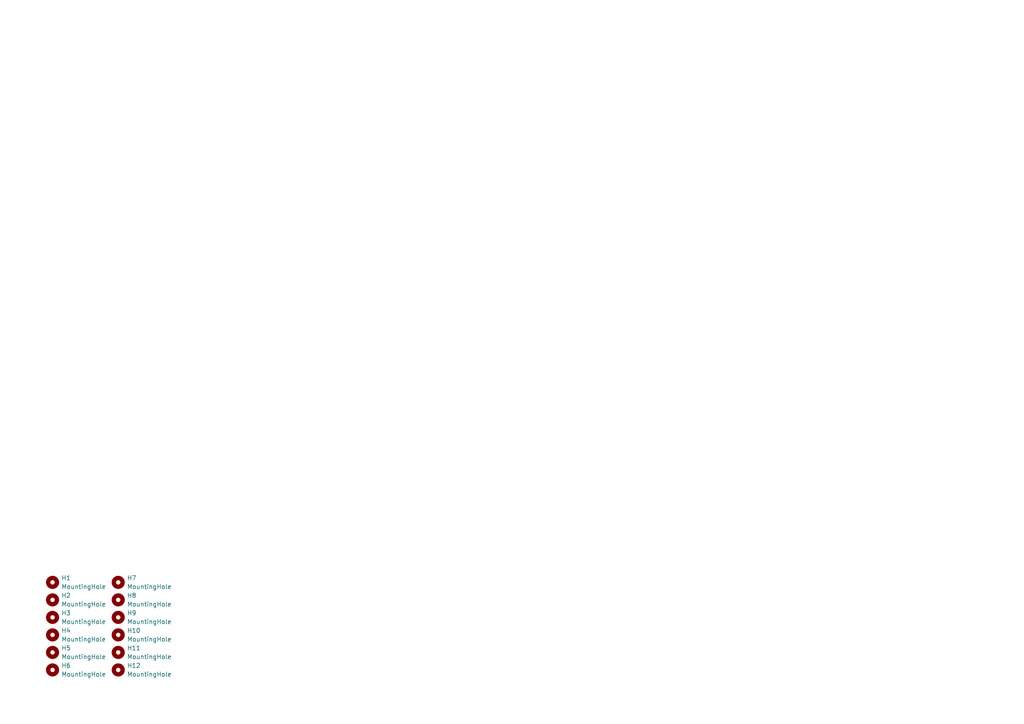
<source format=kicad_sch>
(kicad_sch (version 20230121) (generator eeschema)

  (uuid 31ee86e8-2846-4d2f-8bbd-b1d272a4eb8b)

  (paper "A4")

  (lib_symbols
    (symbol "Mechanical:MountingHole" (pin_names (offset 1.016)) (in_bom yes) (on_board yes)
      (property "Reference" "H" (at 0 5.08 0)
        (effects (font (size 1.27 1.27)))
      )
      (property "Value" "MountingHole" (at 0 3.175 0)
        (effects (font (size 1.27 1.27)))
      )
      (property "Footprint" "" (at 0 0 0)
        (effects (font (size 1.27 1.27)) hide)
      )
      (property "Datasheet" "~" (at 0 0 0)
        (effects (font (size 1.27 1.27)) hide)
      )
      (property "ki_keywords" "mounting hole" (at 0 0 0)
        (effects (font (size 1.27 1.27)) hide)
      )
      (property "ki_description" "Mounting Hole without connection" (at 0 0 0)
        (effects (font (size 1.27 1.27)) hide)
      )
      (property "ki_fp_filters" "MountingHole*" (at 0 0 0)
        (effects (font (size 1.27 1.27)) hide)
      )
      (symbol "MountingHole_0_1"
        (circle (center 0 0) (radius 1.27)
          (stroke (width 1.27) (type default))
          (fill (type none))
        )
      )
    )
  )


  (symbol (lib_id "Mechanical:MountingHole") (at 15.24 179.07 0) (unit 1)
    (in_bom yes) (on_board yes) (dnp no) (fields_autoplaced)
    (uuid 0d8df2c2-96b4-41d3-8669-6b6aa7a105e6)
    (property "Reference" "H3" (at 17.78 177.7999 0)
      (effects (font (size 1.27 1.27)) (justify left))
    )
    (property "Value" "MountingHole" (at 17.78 180.3399 0)
      (effects (font (size 1.27 1.27)) (justify left))
    )
    (property "Footprint" "0-jasonhazel-footprints:MountingHole_2.2mm_M2" (at 15.24 179.07 0)
      (effects (font (size 1.27 1.27)) hide)
    )
    (property "Datasheet" "~" (at 15.24 179.07 0)
      (effects (font (size 1.27 1.27)) hide)
    )
    (instances
      (project "kurp"
        (path "/31ee86e8-2846-4d2f-8bbd-b1d272a4eb8b"
          (reference "H3") (unit 1)
        )
      )
    )
  )

  (symbol (lib_id "Mechanical:MountingHole") (at 34.29 168.91 0) (unit 1)
    (in_bom yes) (on_board yes) (dnp no) (fields_autoplaced)
    (uuid 22281982-3c1e-4973-915a-46e5c7519d46)
    (property "Reference" "H7" (at 36.83 167.6399 0)
      (effects (font (size 1.27 1.27)) (justify left))
    )
    (property "Value" "MountingHole" (at 36.83 170.1799 0)
      (effects (font (size 1.27 1.27)) (justify left))
    )
    (property "Footprint" "0-jasonhazel-footprints:MountingHole_3.2mm_M3_thinpad" (at 34.29 168.91 0)
      (effects (font (size 1.27 1.27)) hide)
    )
    (property "Datasheet" "~" (at 34.29 168.91 0)
      (effects (font (size 1.27 1.27)) hide)
    )
    (instances
      (project "kurp"
        (path "/31ee86e8-2846-4d2f-8bbd-b1d272a4eb8b"
          (reference "H7") (unit 1)
        )
      )
    )
  )

  (symbol (lib_id "Mechanical:MountingHole") (at 15.24 194.31 0) (unit 1)
    (in_bom yes) (on_board yes) (dnp no) (fields_autoplaced)
    (uuid 3df15885-2a26-410a-bc6f-34661e0c19c4)
    (property "Reference" "H6" (at 17.78 193.0399 0)
      (effects (font (size 1.27 1.27)) (justify left))
    )
    (property "Value" "MountingHole" (at 17.78 195.5799 0)
      (effects (font (size 1.27 1.27)) (justify left))
    )
    (property "Footprint" "0-jasonhazel-footprints:MountingHole_3.2mm_M3_thinpad" (at 15.24 194.31 0)
      (effects (font (size 1.27 1.27)) hide)
    )
    (property "Datasheet" "~" (at 15.24 194.31 0)
      (effects (font (size 1.27 1.27)) hide)
    )
    (instances
      (project "kurp"
        (path "/31ee86e8-2846-4d2f-8bbd-b1d272a4eb8b"
          (reference "H6") (unit 1)
        )
      )
    )
  )

  (symbol (lib_id "Mechanical:MountingHole") (at 15.24 168.91 0) (unit 1)
    (in_bom yes) (on_board yes) (dnp no) (fields_autoplaced)
    (uuid 46095844-21e1-4ee4-9d0d-959a114b472d)
    (property "Reference" "H1" (at 17.78 167.6399 0)
      (effects (font (size 1.27 1.27)) (justify left))
    )
    (property "Value" "MountingHole" (at 17.78 170.1799 0)
      (effects (font (size 1.27 1.27)) (justify left))
    )
    (property "Footprint" "0-jasonhazel-footprints:MountingHole_2.2mm_M2" (at 15.24 168.91 0)
      (effects (font (size 1.27 1.27)) hide)
    )
    (property "Datasheet" "~" (at 15.24 168.91 0)
      (effects (font (size 1.27 1.27)) hide)
    )
    (instances
      (project "kurp"
        (path "/31ee86e8-2846-4d2f-8bbd-b1d272a4eb8b"
          (reference "H1") (unit 1)
        )
      )
    )
  )

  (symbol (lib_id "Mechanical:MountingHole") (at 15.24 173.99 0) (unit 1)
    (in_bom yes) (on_board yes) (dnp no) (fields_autoplaced)
    (uuid 506298c7-7d91-484b-85e6-42450aea09fb)
    (property "Reference" "H2" (at 17.78 172.7199 0)
      (effects (font (size 1.27 1.27)) (justify left))
    )
    (property "Value" "MountingHole" (at 17.78 175.2599 0)
      (effects (font (size 1.27 1.27)) (justify left))
    )
    (property "Footprint" "0-jasonhazel-footprints:MountingHole_2.2mm_M2" (at 15.24 173.99 0)
      (effects (font (size 1.27 1.27)) hide)
    )
    (property "Datasheet" "~" (at 15.24 173.99 0)
      (effects (font (size 1.27 1.27)) hide)
    )
    (instances
      (project "kurp"
        (path "/31ee86e8-2846-4d2f-8bbd-b1d272a4eb8b"
          (reference "H2") (unit 1)
        )
      )
    )
  )

  (symbol (lib_id "Mechanical:MountingHole") (at 34.29 184.15 0) (unit 1)
    (in_bom yes) (on_board yes) (dnp no) (fields_autoplaced)
    (uuid 5cbdd6f7-43cc-43fe-9894-ba352396883c)
    (property "Reference" "H10" (at 36.83 182.8799 0)
      (effects (font (size 1.27 1.27)) (justify left))
    )
    (property "Value" "MountingHole" (at 36.83 185.4199 0)
      (effects (font (size 1.27 1.27)) (justify left))
    )
    (property "Footprint" "0-jasonhazel-footprints:MountingHole_2.2mm_M2" (at 34.29 184.15 0)
      (effects (font (size 1.27 1.27)) hide)
    )
    (property "Datasheet" "~" (at 34.29 184.15 0)
      (effects (font (size 1.27 1.27)) hide)
    )
    (instances
      (project "kurp"
        (path "/31ee86e8-2846-4d2f-8bbd-b1d272a4eb8b"
          (reference "H10") (unit 1)
        )
      )
    )
  )

  (symbol (lib_id "Mechanical:MountingHole") (at 34.29 173.99 0) (unit 1)
    (in_bom yes) (on_board yes) (dnp no) (fields_autoplaced)
    (uuid 6dbb2109-3190-476d-8341-89c75e32751e)
    (property "Reference" "H8" (at 36.83 172.7199 0)
      (effects (font (size 1.27 1.27)) (justify left))
    )
    (property "Value" "MountingHole" (at 36.83 175.2599 0)
      (effects (font (size 1.27 1.27)) (justify left))
    )
    (property "Footprint" "0-jasonhazel-footprints:MountingHole_3.2mm_M3_thinpad" (at 34.29 173.99 0)
      (effects (font (size 1.27 1.27)) hide)
    )
    (property "Datasheet" "~" (at 34.29 173.99 0)
      (effects (font (size 1.27 1.27)) hide)
    )
    (instances
      (project "kurp"
        (path "/31ee86e8-2846-4d2f-8bbd-b1d272a4eb8b"
          (reference "H8") (unit 1)
        )
      )
    )
  )

  (symbol (lib_id "Mechanical:MountingHole") (at 34.29 179.07 0) (unit 1)
    (in_bom yes) (on_board yes) (dnp no) (fields_autoplaced)
    (uuid 80eb797e-d3fa-4ddd-aacf-dfef2363021d)
    (property "Reference" "H9" (at 36.83 177.7999 0)
      (effects (font (size 1.27 1.27)) (justify left))
    )
    (property "Value" "MountingHole" (at 36.83 180.3399 0)
      (effects (font (size 1.27 1.27)) (justify left))
    )
    (property "Footprint" "0-jasonhazel-footprints:MountingHole_2.2mm_M2" (at 34.29 179.07 0)
      (effects (font (size 1.27 1.27)) hide)
    )
    (property "Datasheet" "~" (at 34.29 179.07 0)
      (effects (font (size 1.27 1.27)) hide)
    )
    (instances
      (project "kurp"
        (path "/31ee86e8-2846-4d2f-8bbd-b1d272a4eb8b"
          (reference "H9") (unit 1)
        )
      )
    )
  )

  (symbol (lib_id "Mechanical:MountingHole") (at 34.29 194.31 0) (unit 1)
    (in_bom yes) (on_board yes) (dnp no) (fields_autoplaced)
    (uuid 89bb744f-c756-44b3-aeda-fa3ca1e0879d)
    (property "Reference" "H12" (at 36.83 193.0399 0)
      (effects (font (size 1.27 1.27)) (justify left))
    )
    (property "Value" "MountingHole" (at 36.83 195.5799 0)
      (effects (font (size 1.27 1.27)) (justify left))
    )
    (property "Footprint" "0-jasonhazel-footprints:MountingHole_2.2mm_M2" (at 34.29 194.31 0)
      (effects (font (size 1.27 1.27)) hide)
    )
    (property "Datasheet" "~" (at 34.29 194.31 0)
      (effects (font (size 1.27 1.27)) hide)
    )
    (instances
      (project "kurp"
        (path "/31ee86e8-2846-4d2f-8bbd-b1d272a4eb8b"
          (reference "H12") (unit 1)
        )
      )
    )
  )

  (symbol (lib_id "Mechanical:MountingHole") (at 15.24 189.23 0) (unit 1)
    (in_bom yes) (on_board yes) (dnp no) (fields_autoplaced)
    (uuid 8a5c37cb-f0f1-46f6-bc9a-b572e3c554b7)
    (property "Reference" "H5" (at 17.78 187.9599 0)
      (effects (font (size 1.27 1.27)) (justify left))
    )
    (property "Value" "MountingHole" (at 17.78 190.4999 0)
      (effects (font (size 1.27 1.27)) (justify left))
    )
    (property "Footprint" "0-jasonhazel-footprints:MountingHole_3.2mm_M3_thinpad" (at 15.24 189.23 0)
      (effects (font (size 1.27 1.27)) hide)
    )
    (property "Datasheet" "~" (at 15.24 189.23 0)
      (effects (font (size 1.27 1.27)) hide)
    )
    (instances
      (project "kurp"
        (path "/31ee86e8-2846-4d2f-8bbd-b1d272a4eb8b"
          (reference "H5") (unit 1)
        )
      )
    )
  )

  (symbol (lib_id "Mechanical:MountingHole") (at 15.24 184.15 0) (unit 1)
    (in_bom yes) (on_board yes) (dnp no) (fields_autoplaced)
    (uuid bcd14b8d-6f28-4657-8f71-973e95c519e6)
    (property "Reference" "H4" (at 17.78 182.8799 0)
      (effects (font (size 1.27 1.27)) (justify left))
    )
    (property "Value" "MountingHole" (at 17.78 185.4199 0)
      (effects (font (size 1.27 1.27)) (justify left))
    )
    (property "Footprint" "0-jasonhazel-footprints:MountingHole_2.2mm_M2" (at 15.24 184.15 0)
      (effects (font (size 1.27 1.27)) hide)
    )
    (property "Datasheet" "~" (at 15.24 184.15 0)
      (effects (font (size 1.27 1.27)) hide)
    )
    (instances
      (project "kurp"
        (path "/31ee86e8-2846-4d2f-8bbd-b1d272a4eb8b"
          (reference "H4") (unit 1)
        )
      )
    )
  )

  (symbol (lib_id "Mechanical:MountingHole") (at 34.29 189.23 0) (unit 1)
    (in_bom yes) (on_board yes) (dnp no) (fields_autoplaced)
    (uuid df824182-1c02-4314-923a-f14768196092)
    (property "Reference" "H11" (at 36.83 187.9599 0)
      (effects (font (size 1.27 1.27)) (justify left))
    )
    (property "Value" "MountingHole" (at 36.83 190.4999 0)
      (effects (font (size 1.27 1.27)) (justify left))
    )
    (property "Footprint" "0-jasonhazel-footprints:MountingHole_2.2mm_M2" (at 34.29 189.23 0)
      (effects (font (size 1.27 1.27)) hide)
    )
    (property "Datasheet" "~" (at 34.29 189.23 0)
      (effects (font (size 1.27 1.27)) hide)
    )
    (instances
      (project "kurp"
        (path "/31ee86e8-2846-4d2f-8bbd-b1d272a4eb8b"
          (reference "H11") (unit 1)
        )
      )
    )
  )

  (sheet_instances
    (path "/" (page "1"))
  )
)

</source>
